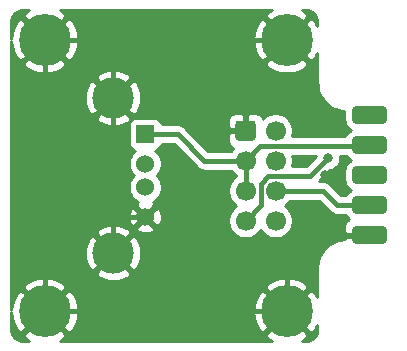
<source format=gbr>
%TF.GenerationSoftware,KiCad,Pcbnew,(5.1.8)-1*%
%TF.CreationDate,2021-02-12T13:32:35+03:00*%
%TF.ProjectId,lcd_pcb,6c63645f-7063-4622-9e6b-696361645f70,rev?*%
%TF.SameCoordinates,Original*%
%TF.FileFunction,Copper,L1,Top*%
%TF.FilePolarity,Positive*%
%FSLAX46Y46*%
G04 Gerber Fmt 4.6, Leading zero omitted, Abs format (unit mm)*
G04 Created by KiCad (PCBNEW (5.1.8)-1) date 2021-02-12 13:32:35*
%MOMM*%
%LPD*%
G01*
G04 APERTURE LIST*
%TA.AperFunction,ComponentPad*%
%ADD10C,0.700000*%
%TD*%
%TA.AperFunction,ComponentPad*%
%ADD11C,4.400000*%
%TD*%
%TA.AperFunction,ComponentPad*%
%ADD12C,1.700000*%
%TD*%
%TA.AperFunction,ComponentPad*%
%ADD13C,3.500000*%
%TD*%
%TA.AperFunction,ComponentPad*%
%ADD14R,1.524000X1.524000*%
%TD*%
%TA.AperFunction,ComponentPad*%
%ADD15C,1.524000*%
%TD*%
%TA.AperFunction,ViaPad*%
%ADD16C,0.800000*%
%TD*%
%TA.AperFunction,Conductor*%
%ADD17C,0.400000*%
%TD*%
%TA.AperFunction,Conductor*%
%ADD18C,0.254000*%
%TD*%
%TA.AperFunction,Conductor*%
%ADD19C,0.100000*%
%TD*%
G04 APERTURE END LIST*
D10*
%TO.P,J7,1*%
%TO.N,GND*%
X84666726Y-90333274D03*
X83500000Y-89850000D03*
X82333274Y-90333274D03*
X81850000Y-91500000D03*
X82333274Y-92666726D03*
X83500000Y-93150000D03*
X84666726Y-92666726D03*
X85150000Y-91500000D03*
D11*
X83500000Y-91500000D03*
%TD*%
D10*
%TO.P,J6,1*%
%TO.N,GND*%
X84666726Y-67333274D03*
X83500000Y-66850000D03*
X82333274Y-67333274D03*
X81850000Y-68500000D03*
X82333274Y-69666726D03*
X83500000Y-70150000D03*
X84666726Y-69666726D03*
X85150000Y-68500000D03*
D11*
X83500000Y-68500000D03*
%TD*%
D10*
%TO.P,J5,1*%
%TO.N,GND*%
X105166726Y-90333274D03*
X104000000Y-89850000D03*
X102833274Y-90333274D03*
X102350000Y-91500000D03*
X102833274Y-92666726D03*
X104000000Y-93150000D03*
X105166726Y-92666726D03*
X105650000Y-91500000D03*
D11*
X104000000Y-91500000D03*
%TD*%
D10*
%TO.P,J2,1*%
%TO.N,GND*%
X105166726Y-67333274D03*
X104000000Y-66850000D03*
X102833274Y-67333274D03*
X102350000Y-68500000D03*
X102833274Y-69666726D03*
X104000000Y-70150000D03*
X105166726Y-69666726D03*
X105650000Y-68500000D03*
D11*
X104000000Y-68500000D03*
%TD*%
D12*
%TO.P,J4,8*%
%TO.N,/TX*%
X103040000Y-83830000D03*
%TO.P,J4,6*%
%TO.N,/RX*%
X103040000Y-81290000D03*
%TO.P,J4,4*%
%TO.N,/DM*%
X103040000Y-78750000D03*
%TO.P,J4,2*%
%TO.N,/DP*%
X103040000Y-76210000D03*
%TO.P,J4,7*%
%TO.N,/Res*%
X100500000Y-83830000D03*
%TO.P,J4,5*%
%TO.N,Net-(J1-Pad1)*%
X100500000Y-81290000D03*
%TO.P,J4,3*%
X100500000Y-78750000D03*
%TO.P,J4,1*%
%TO.N,GND*%
%TA.AperFunction,ComponentPad*%
G36*
G01*
X99650000Y-76810000D02*
X99650000Y-75610000D01*
G75*
G02*
X99900000Y-75360000I250000J0D01*
G01*
X101100000Y-75360000D01*
G75*
G02*
X101350000Y-75610000I0J-250000D01*
G01*
X101350000Y-76810000D01*
G75*
G02*
X101100000Y-77060000I-250000J0D01*
G01*
X99900000Y-77060000D01*
G75*
G02*
X99650000Y-76810000I0J250000D01*
G01*
G37*
%TD.AperFunction*%
%TD*%
%TO.P,J3,5*%
%TO.N,GND*%
%TA.AperFunction,ComponentPad*%
G36*
G01*
X109500000Y-85431000D02*
X109500000Y-84669000D01*
G75*
G02*
X109881000Y-84288000I381000J0D01*
G01*
X112119000Y-84288000D01*
G75*
G02*
X112500000Y-84669000I0J-381000D01*
G01*
X112500000Y-85431000D01*
G75*
G02*
X112119000Y-85812000I-381000J0D01*
G01*
X109881000Y-85812000D01*
G75*
G02*
X109500000Y-85431000I0J381000D01*
G01*
G37*
%TD.AperFunction*%
%TO.P,J3,4*%
%TO.N,/RX*%
%TA.AperFunction,ComponentPad*%
G36*
G01*
X109500000Y-82891000D02*
X109500000Y-82129000D01*
G75*
G02*
X109881000Y-81748000I381000J0D01*
G01*
X112119000Y-81748000D01*
G75*
G02*
X112500000Y-82129000I0J-381000D01*
G01*
X112500000Y-82891000D01*
G75*
G02*
X112119000Y-83272000I-381000J0D01*
G01*
X109881000Y-83272000D01*
G75*
G02*
X109500000Y-82891000I0J381000D01*
G01*
G37*
%TD.AperFunction*%
%TO.P,J3,3*%
%TO.N,/TX*%
%TA.AperFunction,ComponentPad*%
G36*
G01*
X109500000Y-80351000D02*
X109500000Y-79589000D01*
G75*
G02*
X109881000Y-79208000I381000J0D01*
G01*
X112119000Y-79208000D01*
G75*
G02*
X112500000Y-79589000I0J-381000D01*
G01*
X112500000Y-80351000D01*
G75*
G02*
X112119000Y-80732000I-381000J0D01*
G01*
X109881000Y-80732000D01*
G75*
G02*
X109500000Y-80351000I0J381000D01*
G01*
G37*
%TD.AperFunction*%
%TO.P,J3,2*%
%TO.N,Net-(J1-Pad1)*%
%TA.AperFunction,ComponentPad*%
G36*
G01*
X109500000Y-77811000D02*
X109500000Y-77049000D01*
G75*
G02*
X109881000Y-76668000I381000J0D01*
G01*
X112119000Y-76668000D01*
G75*
G02*
X112500000Y-77049000I0J-381000D01*
G01*
X112500000Y-77811000D01*
G75*
G02*
X112119000Y-78192000I-381000J0D01*
G01*
X109881000Y-78192000D01*
G75*
G02*
X109500000Y-77811000I0J381000D01*
G01*
G37*
%TD.AperFunction*%
%TO.P,J3,1*%
%TO.N,/Res*%
%TA.AperFunction,ComponentPad*%
G36*
G01*
X109500000Y-75271000D02*
X109500000Y-74509000D01*
G75*
G02*
X109881000Y-74128000I381000J0D01*
G01*
X112119000Y-74128000D01*
G75*
G02*
X112500000Y-74509000I0J-381000D01*
G01*
X112500000Y-75271000D01*
G75*
G02*
X112119000Y-75652000I-381000J0D01*
G01*
X109881000Y-75652000D01*
G75*
G02*
X109500000Y-75271000I0J381000D01*
G01*
G37*
%TD.AperFunction*%
%TD*%
D13*
%TO.P,J1,5*%
%TO.N,GND*%
X89290000Y-86570000D03*
X89290000Y-73430000D03*
D14*
%TO.P,J1,1*%
%TO.N,Net-(J1-Pad1)*%
X92000000Y-76500000D03*
D15*
%TO.P,J1,2*%
%TO.N,/DM*%
X92000000Y-79000000D03*
%TO.P,J1,3*%
%TO.N,/DP*%
X92000000Y-81000000D03*
%TO.P,J1,4*%
%TO.N,GND*%
X92000000Y-83500000D03*
%TD*%
D16*
%TO.N,GND*%
X107250000Y-80000000D03*
X108000000Y-83750000D03*
X105750000Y-78750000D03*
X105750000Y-75750000D03*
X98250000Y-81250000D03*
X96250000Y-81250000D03*
X94000000Y-81250000D03*
X89250000Y-68500000D03*
X93750000Y-68500000D03*
X98250000Y-68500000D03*
X89250000Y-91500000D03*
X93750000Y-91500000D03*
X98250000Y-91500000D03*
X82750000Y-80000000D03*
X82750000Y-84750000D03*
X82750000Y-75000000D03*
%TO.N,/Res*%
X107500000Y-78500000D03*
%TD*%
D17*
%TO.N,GND*%
X89330000Y-83500000D02*
X89290000Y-83460000D01*
X92000000Y-83500000D02*
X89330000Y-83500000D01*
X89290000Y-83460000D02*
X89290000Y-86570000D01*
X89290000Y-73430000D02*
X89290000Y-83460000D01*
X104000000Y-91500000D02*
X98250000Y-91500000D01*
X83500000Y-91500000D02*
X83500000Y-68500000D01*
X89290000Y-68540000D02*
X89250000Y-68500000D01*
X89290000Y-73430000D02*
X89290000Y-68540000D01*
X83500000Y-68500000D02*
X89250000Y-68500000D01*
X100500000Y-76210000D02*
X100500000Y-68500000D01*
X100500000Y-68500000D02*
X104000000Y-68500000D01*
X89250000Y-68500000D02*
X93750000Y-68500000D01*
X107338731Y-85050000D02*
X111000000Y-85050000D01*
X104000000Y-88388731D02*
X107338731Y-85050000D01*
X104000000Y-91500000D02*
X104000000Y-88388731D01*
X89250000Y-68500000D02*
X89250000Y-68500000D01*
X93750000Y-68500000D02*
X98250000Y-68500000D01*
X98250000Y-68500000D02*
X100500000Y-68500000D01*
X89250000Y-91500000D02*
X83500000Y-91500000D01*
X93750000Y-91500000D02*
X89250000Y-91500000D01*
X98250000Y-91500000D02*
X93750000Y-91500000D01*
%TO.N,Net-(J1-Pad1)*%
X100500000Y-81290000D02*
X100500000Y-78750000D01*
X100500000Y-78750000D02*
X97000000Y-78750000D01*
X94750000Y-76500000D02*
X92000000Y-76500000D01*
X97000000Y-78750000D02*
X94750000Y-76500000D01*
X110930001Y-77499999D02*
X111000000Y-77430000D01*
X101750001Y-77499999D02*
X110930001Y-77499999D01*
X100500000Y-78750000D02*
X101750001Y-77499999D01*
%TO.N,/RX*%
X103040000Y-81290000D02*
X107040000Y-81290000D01*
X108260000Y-82510000D02*
X111000000Y-82510000D01*
X107040000Y-81290000D02*
X108260000Y-82510000D01*
%TO.N,/Res*%
X105960001Y-80039999D02*
X107500000Y-78500000D01*
X102439999Y-80039999D02*
X105960001Y-80039999D01*
X101789999Y-80689999D02*
X102439999Y-80039999D01*
X101789999Y-82540001D02*
X101789999Y-80689999D01*
X100500000Y-83830000D02*
X101789999Y-82540001D01*
%TD*%
D18*
%TO.N,GND*%
X81929976Y-66122982D02*
X81689830Y-66510225D01*
X83500000Y-68320395D01*
X85310170Y-66510225D01*
X85070024Y-66122982D01*
X84791482Y-65976000D01*
X102704959Y-65976000D01*
X102429976Y-66122982D01*
X102189830Y-66510225D01*
X104000000Y-68320395D01*
X105810170Y-66510225D01*
X105570024Y-66122982D01*
X105291482Y-65976000D01*
X105533720Y-65976000D01*
X105764284Y-65998607D01*
X105955010Y-66056190D01*
X106130918Y-66149723D01*
X106285315Y-66275646D01*
X106412310Y-66429156D01*
X106507071Y-66604412D01*
X106565984Y-66794731D01*
X106590000Y-67023227D01*
X106590000Y-67328436D01*
X106377018Y-66929976D01*
X105989775Y-66689830D01*
X104179605Y-68500000D01*
X105989775Y-70310170D01*
X106377018Y-70070024D01*
X106590001Y-69666405D01*
X106590001Y-72222419D01*
X106592830Y-72251142D01*
X106592757Y-72261573D01*
X106593656Y-72270744D01*
X106628010Y-72597603D01*
X106640037Y-72656190D01*
X106651247Y-72714960D01*
X106653911Y-72723782D01*
X106751098Y-73037743D01*
X106774282Y-73092894D01*
X106796688Y-73148352D01*
X106801014Y-73156489D01*
X106957333Y-73445594D01*
X106990800Y-73495210D01*
X107023538Y-73545240D01*
X107029362Y-73552381D01*
X107238857Y-73805617D01*
X107281313Y-73847777D01*
X107323157Y-73890507D01*
X107330257Y-73896381D01*
X107584950Y-74104103D01*
X107634740Y-74137183D01*
X107684129Y-74171001D01*
X107692236Y-74175383D01*
X107982424Y-74329680D01*
X108037700Y-74352464D01*
X108092715Y-74376043D01*
X108101512Y-74378765D01*
X108101514Y-74378766D01*
X108101516Y-74378766D01*
X108101518Y-74378767D01*
X108416150Y-74473759D01*
X108474809Y-74485374D01*
X108533339Y-74497815D01*
X108542503Y-74498778D01*
X108861928Y-74530098D01*
X108861928Y-75271000D01*
X108881509Y-75469811D01*
X108939500Y-75660982D01*
X109033673Y-75837166D01*
X109160407Y-75991593D01*
X109314834Y-76118327D01*
X109392798Y-76160000D01*
X109314834Y-76201673D01*
X109160407Y-76328407D01*
X109033673Y-76482834D01*
X108939500Y-76659018D01*
X108937686Y-76664999D01*
X104458885Y-76664999D01*
X104467932Y-76643158D01*
X104525000Y-76356260D01*
X104525000Y-76063740D01*
X104467932Y-75776842D01*
X104355990Y-75506589D01*
X104193475Y-75263368D01*
X103986632Y-75056525D01*
X103743411Y-74894010D01*
X103473158Y-74782068D01*
X103186260Y-74725000D01*
X102893740Y-74725000D01*
X102606842Y-74782068D01*
X102336589Y-74894010D01*
X102093368Y-75056525D01*
X101961513Y-75188380D01*
X101939502Y-75115820D01*
X101880537Y-75005506D01*
X101801185Y-74908815D01*
X101704494Y-74829463D01*
X101594180Y-74770498D01*
X101474482Y-74734188D01*
X101350000Y-74721928D01*
X100785750Y-74725000D01*
X100627000Y-74883750D01*
X100627000Y-76083000D01*
X100647000Y-76083000D01*
X100647000Y-76337000D01*
X100627000Y-76337000D01*
X100627000Y-76357000D01*
X100373000Y-76357000D01*
X100373000Y-76337000D01*
X99173750Y-76337000D01*
X99015000Y-76495750D01*
X99011928Y-77060000D01*
X99024188Y-77184482D01*
X99060498Y-77304180D01*
X99119463Y-77414494D01*
X99198815Y-77511185D01*
X99295506Y-77590537D01*
X99405820Y-77649502D01*
X99478380Y-77671513D01*
X99346525Y-77803368D01*
X99271935Y-77915000D01*
X97345869Y-77915000D01*
X95369446Y-75938579D01*
X95343291Y-75906709D01*
X95216146Y-75802364D01*
X95071087Y-75724828D01*
X94913689Y-75677082D01*
X94791019Y-75665000D01*
X94791018Y-75665000D01*
X94750000Y-75660960D01*
X94708982Y-75665000D01*
X93392882Y-75665000D01*
X93387812Y-75613518D01*
X93351502Y-75493820D01*
X93292537Y-75383506D01*
X93273247Y-75360000D01*
X99011928Y-75360000D01*
X99015000Y-75924250D01*
X99173750Y-76083000D01*
X100373000Y-76083000D01*
X100373000Y-74883750D01*
X100214250Y-74725000D01*
X99650000Y-74721928D01*
X99525518Y-74734188D01*
X99405820Y-74770498D01*
X99295506Y-74829463D01*
X99198815Y-74908815D01*
X99119463Y-75005506D01*
X99060498Y-75115820D01*
X99024188Y-75235518D01*
X99011928Y-75360000D01*
X93273247Y-75360000D01*
X93213185Y-75286815D01*
X93116494Y-75207463D01*
X93006180Y-75148498D01*
X92886482Y-75112188D01*
X92762000Y-75099928D01*
X91238000Y-75099928D01*
X91113518Y-75112188D01*
X90993820Y-75148498D01*
X90883506Y-75207463D01*
X90786815Y-75286815D01*
X90707463Y-75383506D01*
X90648498Y-75493820D01*
X90612188Y-75613518D01*
X90599928Y-75738000D01*
X90599928Y-77262000D01*
X90612188Y-77386482D01*
X90648498Y-77506180D01*
X90707463Y-77616494D01*
X90786815Y-77713185D01*
X90883506Y-77792537D01*
X90993820Y-77851502D01*
X91113518Y-77887812D01*
X91145292Y-77890941D01*
X91109465Y-77914880D01*
X90914880Y-78109465D01*
X90761995Y-78338273D01*
X90656686Y-78592510D01*
X90603000Y-78862408D01*
X90603000Y-79137592D01*
X90656686Y-79407490D01*
X90761995Y-79661727D01*
X90914880Y-79890535D01*
X91024345Y-80000000D01*
X90914880Y-80109465D01*
X90761995Y-80338273D01*
X90656686Y-80592510D01*
X90603000Y-80862408D01*
X90603000Y-81137592D01*
X90656686Y-81407490D01*
X90761995Y-81661727D01*
X90914880Y-81890535D01*
X91109465Y-82085120D01*
X91338273Y-82238005D01*
X91365401Y-82249242D01*
X91281020Y-82294344D01*
X91214040Y-82534435D01*
X92000000Y-83320395D01*
X92785960Y-82534435D01*
X92718980Y-82294344D01*
X92628467Y-82251782D01*
X92661727Y-82238005D01*
X92890535Y-82085120D01*
X93085120Y-81890535D01*
X93238005Y-81661727D01*
X93343314Y-81407490D01*
X93397000Y-81137592D01*
X93397000Y-80862408D01*
X93343314Y-80592510D01*
X93238005Y-80338273D01*
X93085120Y-80109465D01*
X92975655Y-80000000D01*
X93085120Y-79890535D01*
X93238005Y-79661727D01*
X93343314Y-79407490D01*
X93397000Y-79137592D01*
X93397000Y-78862408D01*
X93343314Y-78592510D01*
X93238005Y-78338273D01*
X93085120Y-78109465D01*
X92890535Y-77914880D01*
X92854708Y-77890941D01*
X92886482Y-77887812D01*
X93006180Y-77851502D01*
X93116494Y-77792537D01*
X93213185Y-77713185D01*
X93292537Y-77616494D01*
X93351502Y-77506180D01*
X93387812Y-77386482D01*
X93392882Y-77335000D01*
X94404133Y-77335000D01*
X96380563Y-79311432D01*
X96406709Y-79343291D01*
X96533854Y-79447636D01*
X96678913Y-79525172D01*
X96836311Y-79572918D01*
X96958981Y-79585000D01*
X96958982Y-79585000D01*
X97000000Y-79589040D01*
X97041018Y-79585000D01*
X99271935Y-79585000D01*
X99346525Y-79696632D01*
X99553368Y-79903475D01*
X99665001Y-79978065D01*
X99665000Y-80061935D01*
X99553368Y-80136525D01*
X99346525Y-80343368D01*
X99184010Y-80586589D01*
X99072068Y-80856842D01*
X99015000Y-81143740D01*
X99015000Y-81436260D01*
X99072068Y-81723158D01*
X99184010Y-81993411D01*
X99346525Y-82236632D01*
X99553368Y-82443475D01*
X99727760Y-82560000D01*
X99553368Y-82676525D01*
X99346525Y-82883368D01*
X99184010Y-83126589D01*
X99072068Y-83396842D01*
X99015000Y-83683740D01*
X99015000Y-83976260D01*
X99072068Y-84263158D01*
X99184010Y-84533411D01*
X99346525Y-84776632D01*
X99553368Y-84983475D01*
X99796589Y-85145990D01*
X100066842Y-85257932D01*
X100353740Y-85315000D01*
X100646260Y-85315000D01*
X100933158Y-85257932D01*
X101203411Y-85145990D01*
X101446632Y-84983475D01*
X101653475Y-84776632D01*
X101770000Y-84602240D01*
X101886525Y-84776632D01*
X102093368Y-84983475D01*
X102336589Y-85145990D01*
X102606842Y-85257932D01*
X102893740Y-85315000D01*
X103186260Y-85315000D01*
X103473158Y-85257932D01*
X103743411Y-85145990D01*
X103986632Y-84983475D01*
X104193475Y-84776632D01*
X104355990Y-84533411D01*
X104467932Y-84263158D01*
X104525000Y-83976260D01*
X104525000Y-83683740D01*
X104467932Y-83396842D01*
X104355990Y-83126589D01*
X104193475Y-82883368D01*
X103986632Y-82676525D01*
X103812240Y-82560000D01*
X103986632Y-82443475D01*
X104193475Y-82236632D01*
X104268065Y-82125000D01*
X106694133Y-82125000D01*
X107640563Y-83071432D01*
X107666709Y-83103291D01*
X107793854Y-83207636D01*
X107938913Y-83285172D01*
X108096311Y-83332918D01*
X108218981Y-83345000D01*
X108218982Y-83345000D01*
X108260000Y-83349040D01*
X108301018Y-83345000D01*
X108973719Y-83345000D01*
X109033673Y-83457166D01*
X109160407Y-83611593D01*
X109263473Y-83696176D01*
X109255820Y-83698498D01*
X109145506Y-83757463D01*
X109048815Y-83836815D01*
X108969463Y-83933506D01*
X108910498Y-84043820D01*
X108874188Y-84163518D01*
X108861928Y-84288000D01*
X108865000Y-84764250D01*
X109023750Y-84923000D01*
X110873000Y-84923000D01*
X110873000Y-84903000D01*
X111127000Y-84903000D01*
X111127000Y-84923000D01*
X111147000Y-84923000D01*
X111147000Y-85177000D01*
X111127000Y-85177000D01*
X111127000Y-85197000D01*
X110873000Y-85197000D01*
X110873000Y-85177000D01*
X109023750Y-85177000D01*
X108865000Y-85335750D01*
X108864529Y-85408772D01*
X108862427Y-85408757D01*
X108853255Y-85409657D01*
X108526397Y-85444010D01*
X108467810Y-85456037D01*
X108409040Y-85467247D01*
X108400218Y-85469911D01*
X108086257Y-85567098D01*
X108031106Y-85590282D01*
X107975648Y-85612688D01*
X107967511Y-85617014D01*
X107678406Y-85773333D01*
X107628790Y-85806800D01*
X107578760Y-85839538D01*
X107571619Y-85845362D01*
X107318383Y-86054857D01*
X107276223Y-86097313D01*
X107233493Y-86139157D01*
X107227619Y-86146258D01*
X107019897Y-86400950D01*
X106986801Y-86450763D01*
X106952999Y-86500129D01*
X106948617Y-86508236D01*
X106794320Y-86798424D01*
X106771536Y-86853700D01*
X106747957Y-86908715D01*
X106745233Y-86917518D01*
X106650241Y-87232150D01*
X106638629Y-87290794D01*
X106626185Y-87349338D01*
X106625222Y-87358503D01*
X106593150Y-87685594D01*
X106593150Y-87685599D01*
X106590000Y-87717582D01*
X106590000Y-90328437D01*
X106377018Y-89929976D01*
X105989775Y-89689830D01*
X104179605Y-91500000D01*
X105989775Y-93310170D01*
X106377018Y-93070024D01*
X106590001Y-92666405D01*
X106590001Y-92967710D01*
X106567393Y-93198285D01*
X106509810Y-93389010D01*
X106416276Y-93564920D01*
X106290355Y-93719315D01*
X106136844Y-93846310D01*
X105961588Y-93941071D01*
X105771265Y-93999985D01*
X105542773Y-94024000D01*
X105295041Y-94024000D01*
X105570024Y-93877018D01*
X105810170Y-93489775D01*
X104000000Y-91679605D01*
X102189830Y-93489775D01*
X102429976Y-93877018D01*
X102708519Y-94024000D01*
X84795036Y-94024003D01*
X85070024Y-93877018D01*
X85310170Y-93489775D01*
X83500000Y-91679605D01*
X81689830Y-93489775D01*
X81929976Y-93877018D01*
X82208524Y-94024003D01*
X81716311Y-94024003D01*
X81485715Y-94001393D01*
X81294990Y-93943810D01*
X81119080Y-93850276D01*
X80964685Y-93724355D01*
X80837690Y-93570844D01*
X80742929Y-93395588D01*
X80684015Y-93205265D01*
X80660000Y-92976773D01*
X80660000Y-91598718D01*
X80709019Y-92070632D01*
X80873972Y-92604161D01*
X81122982Y-93070024D01*
X81510225Y-93310170D01*
X83320395Y-91500000D01*
X83679605Y-91500000D01*
X85489775Y-93310170D01*
X85877018Y-93070024D01*
X86137641Y-92576123D01*
X86296901Y-92040867D01*
X86345852Y-91515174D01*
X101151322Y-91515174D01*
X101209019Y-92070632D01*
X101373972Y-92604161D01*
X101622982Y-93070024D01*
X102010225Y-93310170D01*
X103820395Y-91500000D01*
X102010225Y-89689830D01*
X101622982Y-89929976D01*
X101362359Y-90423877D01*
X101203099Y-90959133D01*
X101151322Y-91515174D01*
X86345852Y-91515174D01*
X86348678Y-91484826D01*
X86290981Y-90929368D01*
X86126028Y-90395839D01*
X85877018Y-89929976D01*
X85489775Y-89689830D01*
X83679605Y-91500000D01*
X83320395Y-91500000D01*
X81510225Y-89689830D01*
X81122982Y-89929976D01*
X80862359Y-90423877D01*
X80703099Y-90959133D01*
X80660000Y-91421980D01*
X80660000Y-89510225D01*
X81689830Y-89510225D01*
X83500000Y-91320395D01*
X85310170Y-89510225D01*
X102189830Y-89510225D01*
X104000000Y-91320395D01*
X105810170Y-89510225D01*
X105570024Y-89122982D01*
X105076123Y-88862359D01*
X104540867Y-88703099D01*
X103984826Y-88651322D01*
X103429368Y-88709019D01*
X102895839Y-88873972D01*
X102429976Y-89122982D01*
X102189830Y-89510225D01*
X85310170Y-89510225D01*
X85070024Y-89122982D01*
X84576123Y-88862359D01*
X84040867Y-88703099D01*
X83484826Y-88651322D01*
X82929368Y-88709019D01*
X82395839Y-88873972D01*
X81929976Y-89122982D01*
X81689830Y-89510225D01*
X80660000Y-89510225D01*
X80660000Y-88239609D01*
X87799997Y-88239609D01*
X87986073Y-88580766D01*
X88403409Y-88796513D01*
X88854815Y-88926696D01*
X89322946Y-88966313D01*
X89789811Y-88913842D01*
X90237468Y-88771297D01*
X90593927Y-88580766D01*
X90780003Y-88239609D01*
X89290000Y-86749605D01*
X87799997Y-88239609D01*
X80660000Y-88239609D01*
X80660000Y-86602946D01*
X86893687Y-86602946D01*
X86946158Y-87069811D01*
X87088703Y-87517468D01*
X87279234Y-87873927D01*
X87620391Y-88060003D01*
X89110395Y-86570000D01*
X89469605Y-86570000D01*
X90959609Y-88060003D01*
X91300766Y-87873927D01*
X91516513Y-87456591D01*
X91646696Y-87005185D01*
X91686313Y-86537054D01*
X91633842Y-86070189D01*
X91491297Y-85622532D01*
X91300766Y-85266073D01*
X90959609Y-85079997D01*
X89469605Y-86570000D01*
X89110395Y-86570000D01*
X87620391Y-85079997D01*
X87279234Y-85266073D01*
X87063487Y-85683409D01*
X86933304Y-86134815D01*
X86893687Y-86602946D01*
X80660000Y-86602946D01*
X80660000Y-84900391D01*
X87799997Y-84900391D01*
X89290000Y-86390395D01*
X90780003Y-84900391D01*
X90593927Y-84559234D01*
X90412736Y-84465565D01*
X91214040Y-84465565D01*
X91281020Y-84705656D01*
X91530048Y-84822756D01*
X91797135Y-84889023D01*
X92072017Y-84901910D01*
X92344133Y-84860922D01*
X92603023Y-84767636D01*
X92718980Y-84705656D01*
X92785960Y-84465565D01*
X92000000Y-83679605D01*
X91214040Y-84465565D01*
X90412736Y-84465565D01*
X90176591Y-84343487D01*
X89725185Y-84213304D01*
X89257054Y-84173687D01*
X88790189Y-84226158D01*
X88342532Y-84368703D01*
X87986073Y-84559234D01*
X87799997Y-84900391D01*
X80660000Y-84900391D01*
X80660000Y-83572017D01*
X90598090Y-83572017D01*
X90639078Y-83844133D01*
X90732364Y-84103023D01*
X90794344Y-84218980D01*
X91034435Y-84285960D01*
X91820395Y-83500000D01*
X92179605Y-83500000D01*
X92965565Y-84285960D01*
X93205656Y-84218980D01*
X93322756Y-83969952D01*
X93389023Y-83702865D01*
X93401910Y-83427983D01*
X93360922Y-83155867D01*
X93267636Y-82896977D01*
X93205656Y-82781020D01*
X92965565Y-82714040D01*
X92179605Y-83500000D01*
X91820395Y-83500000D01*
X91034435Y-82714040D01*
X90794344Y-82781020D01*
X90677244Y-83030048D01*
X90610977Y-83297135D01*
X90598090Y-83572017D01*
X80660000Y-83572017D01*
X80660000Y-75099609D01*
X87799997Y-75099609D01*
X87986073Y-75440766D01*
X88403409Y-75656513D01*
X88854815Y-75786696D01*
X89322946Y-75826313D01*
X89789811Y-75773842D01*
X90237468Y-75631297D01*
X90593927Y-75440766D01*
X90780003Y-75099609D01*
X89290000Y-73609605D01*
X87799997Y-75099609D01*
X80660000Y-75099609D01*
X80660000Y-73462946D01*
X86893687Y-73462946D01*
X86946158Y-73929811D01*
X87088703Y-74377468D01*
X87279234Y-74733927D01*
X87620391Y-74920003D01*
X89110395Y-73430000D01*
X89469605Y-73430000D01*
X90959609Y-74920003D01*
X91300766Y-74733927D01*
X91516513Y-74316591D01*
X91646696Y-73865185D01*
X91686313Y-73397054D01*
X91633842Y-72930189D01*
X91491297Y-72482532D01*
X91300766Y-72126073D01*
X90959609Y-71939997D01*
X89469605Y-73430000D01*
X89110395Y-73430000D01*
X87620391Y-71939997D01*
X87279234Y-72126073D01*
X87063487Y-72543409D01*
X86933304Y-72994815D01*
X86893687Y-73462946D01*
X80660000Y-73462946D01*
X80660000Y-71760391D01*
X87799997Y-71760391D01*
X89290000Y-73250395D01*
X90780003Y-71760391D01*
X90593927Y-71419234D01*
X90176591Y-71203487D01*
X89725185Y-71073304D01*
X89257054Y-71033687D01*
X88790189Y-71086158D01*
X88342532Y-71228703D01*
X87986073Y-71419234D01*
X87799997Y-71760391D01*
X80660000Y-71760391D01*
X80660000Y-70489775D01*
X81689830Y-70489775D01*
X81929976Y-70877018D01*
X82423877Y-71137641D01*
X82959133Y-71296901D01*
X83515174Y-71348678D01*
X84070632Y-71290981D01*
X84604161Y-71126028D01*
X85070024Y-70877018D01*
X85310170Y-70489775D01*
X102189830Y-70489775D01*
X102429976Y-70877018D01*
X102923877Y-71137641D01*
X103459133Y-71296901D01*
X104015174Y-71348678D01*
X104570632Y-71290981D01*
X105104161Y-71126028D01*
X105570024Y-70877018D01*
X105810170Y-70489775D01*
X104000000Y-68679605D01*
X102189830Y-70489775D01*
X85310170Y-70489775D01*
X83500000Y-68679605D01*
X81689830Y-70489775D01*
X80660000Y-70489775D01*
X80660000Y-68598718D01*
X80709019Y-69070632D01*
X80873972Y-69604161D01*
X81122982Y-70070024D01*
X81510225Y-70310170D01*
X83320395Y-68500000D01*
X83679605Y-68500000D01*
X85489775Y-70310170D01*
X85877018Y-70070024D01*
X86137641Y-69576123D01*
X86296901Y-69040867D01*
X86345852Y-68515174D01*
X101151322Y-68515174D01*
X101209019Y-69070632D01*
X101373972Y-69604161D01*
X101622982Y-70070024D01*
X102010225Y-70310170D01*
X103820395Y-68500000D01*
X102010225Y-66689830D01*
X101622982Y-66929976D01*
X101362359Y-67423877D01*
X101203099Y-67959133D01*
X101151322Y-68515174D01*
X86345852Y-68515174D01*
X86348678Y-68484826D01*
X86290981Y-67929368D01*
X86126028Y-67395839D01*
X85877018Y-66929976D01*
X85489775Y-66689830D01*
X83679605Y-68500000D01*
X83320395Y-68500000D01*
X81510225Y-66689830D01*
X81122982Y-66929976D01*
X80862359Y-67423877D01*
X80703099Y-67959133D01*
X80660000Y-68421980D01*
X80660000Y-67032280D01*
X80682607Y-66801716D01*
X80740190Y-66610990D01*
X80833723Y-66435082D01*
X80959646Y-66280685D01*
X81113156Y-66153690D01*
X81288412Y-66058929D01*
X81478731Y-66000016D01*
X81707227Y-65976000D01*
X82204959Y-65976000D01*
X81929976Y-66122982D01*
%TA.AperFunction,Conductor*%
D19*
G36*
X81929976Y-66122982D02*
G01*
X81689830Y-66510225D01*
X83500000Y-68320395D01*
X85310170Y-66510225D01*
X85070024Y-66122982D01*
X84791482Y-65976000D01*
X102704959Y-65976000D01*
X102429976Y-66122982D01*
X102189830Y-66510225D01*
X104000000Y-68320395D01*
X105810170Y-66510225D01*
X105570024Y-66122982D01*
X105291482Y-65976000D01*
X105533720Y-65976000D01*
X105764284Y-65998607D01*
X105955010Y-66056190D01*
X106130918Y-66149723D01*
X106285315Y-66275646D01*
X106412310Y-66429156D01*
X106507071Y-66604412D01*
X106565984Y-66794731D01*
X106590000Y-67023227D01*
X106590000Y-67328436D01*
X106377018Y-66929976D01*
X105989775Y-66689830D01*
X104179605Y-68500000D01*
X105989775Y-70310170D01*
X106377018Y-70070024D01*
X106590001Y-69666405D01*
X106590001Y-72222419D01*
X106592830Y-72251142D01*
X106592757Y-72261573D01*
X106593656Y-72270744D01*
X106628010Y-72597603D01*
X106640037Y-72656190D01*
X106651247Y-72714960D01*
X106653911Y-72723782D01*
X106751098Y-73037743D01*
X106774282Y-73092894D01*
X106796688Y-73148352D01*
X106801014Y-73156489D01*
X106957333Y-73445594D01*
X106990800Y-73495210D01*
X107023538Y-73545240D01*
X107029362Y-73552381D01*
X107238857Y-73805617D01*
X107281313Y-73847777D01*
X107323157Y-73890507D01*
X107330257Y-73896381D01*
X107584950Y-74104103D01*
X107634740Y-74137183D01*
X107684129Y-74171001D01*
X107692236Y-74175383D01*
X107982424Y-74329680D01*
X108037700Y-74352464D01*
X108092715Y-74376043D01*
X108101512Y-74378765D01*
X108101514Y-74378766D01*
X108101516Y-74378766D01*
X108101518Y-74378767D01*
X108416150Y-74473759D01*
X108474809Y-74485374D01*
X108533339Y-74497815D01*
X108542503Y-74498778D01*
X108861928Y-74530098D01*
X108861928Y-75271000D01*
X108881509Y-75469811D01*
X108939500Y-75660982D01*
X109033673Y-75837166D01*
X109160407Y-75991593D01*
X109314834Y-76118327D01*
X109392798Y-76160000D01*
X109314834Y-76201673D01*
X109160407Y-76328407D01*
X109033673Y-76482834D01*
X108939500Y-76659018D01*
X108937686Y-76664999D01*
X104458885Y-76664999D01*
X104467932Y-76643158D01*
X104525000Y-76356260D01*
X104525000Y-76063740D01*
X104467932Y-75776842D01*
X104355990Y-75506589D01*
X104193475Y-75263368D01*
X103986632Y-75056525D01*
X103743411Y-74894010D01*
X103473158Y-74782068D01*
X103186260Y-74725000D01*
X102893740Y-74725000D01*
X102606842Y-74782068D01*
X102336589Y-74894010D01*
X102093368Y-75056525D01*
X101961513Y-75188380D01*
X101939502Y-75115820D01*
X101880537Y-75005506D01*
X101801185Y-74908815D01*
X101704494Y-74829463D01*
X101594180Y-74770498D01*
X101474482Y-74734188D01*
X101350000Y-74721928D01*
X100785750Y-74725000D01*
X100627000Y-74883750D01*
X100627000Y-76083000D01*
X100647000Y-76083000D01*
X100647000Y-76337000D01*
X100627000Y-76337000D01*
X100627000Y-76357000D01*
X100373000Y-76357000D01*
X100373000Y-76337000D01*
X99173750Y-76337000D01*
X99015000Y-76495750D01*
X99011928Y-77060000D01*
X99024188Y-77184482D01*
X99060498Y-77304180D01*
X99119463Y-77414494D01*
X99198815Y-77511185D01*
X99295506Y-77590537D01*
X99405820Y-77649502D01*
X99478380Y-77671513D01*
X99346525Y-77803368D01*
X99271935Y-77915000D01*
X97345869Y-77915000D01*
X95369446Y-75938579D01*
X95343291Y-75906709D01*
X95216146Y-75802364D01*
X95071087Y-75724828D01*
X94913689Y-75677082D01*
X94791019Y-75665000D01*
X94791018Y-75665000D01*
X94750000Y-75660960D01*
X94708982Y-75665000D01*
X93392882Y-75665000D01*
X93387812Y-75613518D01*
X93351502Y-75493820D01*
X93292537Y-75383506D01*
X93273247Y-75360000D01*
X99011928Y-75360000D01*
X99015000Y-75924250D01*
X99173750Y-76083000D01*
X100373000Y-76083000D01*
X100373000Y-74883750D01*
X100214250Y-74725000D01*
X99650000Y-74721928D01*
X99525518Y-74734188D01*
X99405820Y-74770498D01*
X99295506Y-74829463D01*
X99198815Y-74908815D01*
X99119463Y-75005506D01*
X99060498Y-75115820D01*
X99024188Y-75235518D01*
X99011928Y-75360000D01*
X93273247Y-75360000D01*
X93213185Y-75286815D01*
X93116494Y-75207463D01*
X93006180Y-75148498D01*
X92886482Y-75112188D01*
X92762000Y-75099928D01*
X91238000Y-75099928D01*
X91113518Y-75112188D01*
X90993820Y-75148498D01*
X90883506Y-75207463D01*
X90786815Y-75286815D01*
X90707463Y-75383506D01*
X90648498Y-75493820D01*
X90612188Y-75613518D01*
X90599928Y-75738000D01*
X90599928Y-77262000D01*
X90612188Y-77386482D01*
X90648498Y-77506180D01*
X90707463Y-77616494D01*
X90786815Y-77713185D01*
X90883506Y-77792537D01*
X90993820Y-77851502D01*
X91113518Y-77887812D01*
X91145292Y-77890941D01*
X91109465Y-77914880D01*
X90914880Y-78109465D01*
X90761995Y-78338273D01*
X90656686Y-78592510D01*
X90603000Y-78862408D01*
X90603000Y-79137592D01*
X90656686Y-79407490D01*
X90761995Y-79661727D01*
X90914880Y-79890535D01*
X91024345Y-80000000D01*
X90914880Y-80109465D01*
X90761995Y-80338273D01*
X90656686Y-80592510D01*
X90603000Y-80862408D01*
X90603000Y-81137592D01*
X90656686Y-81407490D01*
X90761995Y-81661727D01*
X90914880Y-81890535D01*
X91109465Y-82085120D01*
X91338273Y-82238005D01*
X91365401Y-82249242D01*
X91281020Y-82294344D01*
X91214040Y-82534435D01*
X92000000Y-83320395D01*
X92785960Y-82534435D01*
X92718980Y-82294344D01*
X92628467Y-82251782D01*
X92661727Y-82238005D01*
X92890535Y-82085120D01*
X93085120Y-81890535D01*
X93238005Y-81661727D01*
X93343314Y-81407490D01*
X93397000Y-81137592D01*
X93397000Y-80862408D01*
X93343314Y-80592510D01*
X93238005Y-80338273D01*
X93085120Y-80109465D01*
X92975655Y-80000000D01*
X93085120Y-79890535D01*
X93238005Y-79661727D01*
X93343314Y-79407490D01*
X93397000Y-79137592D01*
X93397000Y-78862408D01*
X93343314Y-78592510D01*
X93238005Y-78338273D01*
X93085120Y-78109465D01*
X92890535Y-77914880D01*
X92854708Y-77890941D01*
X92886482Y-77887812D01*
X93006180Y-77851502D01*
X93116494Y-77792537D01*
X93213185Y-77713185D01*
X93292537Y-77616494D01*
X93351502Y-77506180D01*
X93387812Y-77386482D01*
X93392882Y-77335000D01*
X94404133Y-77335000D01*
X96380563Y-79311432D01*
X96406709Y-79343291D01*
X96533854Y-79447636D01*
X96678913Y-79525172D01*
X96836311Y-79572918D01*
X96958981Y-79585000D01*
X96958982Y-79585000D01*
X97000000Y-79589040D01*
X97041018Y-79585000D01*
X99271935Y-79585000D01*
X99346525Y-79696632D01*
X99553368Y-79903475D01*
X99665001Y-79978065D01*
X99665000Y-80061935D01*
X99553368Y-80136525D01*
X99346525Y-80343368D01*
X99184010Y-80586589D01*
X99072068Y-80856842D01*
X99015000Y-81143740D01*
X99015000Y-81436260D01*
X99072068Y-81723158D01*
X99184010Y-81993411D01*
X99346525Y-82236632D01*
X99553368Y-82443475D01*
X99727760Y-82560000D01*
X99553368Y-82676525D01*
X99346525Y-82883368D01*
X99184010Y-83126589D01*
X99072068Y-83396842D01*
X99015000Y-83683740D01*
X99015000Y-83976260D01*
X99072068Y-84263158D01*
X99184010Y-84533411D01*
X99346525Y-84776632D01*
X99553368Y-84983475D01*
X99796589Y-85145990D01*
X100066842Y-85257932D01*
X100353740Y-85315000D01*
X100646260Y-85315000D01*
X100933158Y-85257932D01*
X101203411Y-85145990D01*
X101446632Y-84983475D01*
X101653475Y-84776632D01*
X101770000Y-84602240D01*
X101886525Y-84776632D01*
X102093368Y-84983475D01*
X102336589Y-85145990D01*
X102606842Y-85257932D01*
X102893740Y-85315000D01*
X103186260Y-85315000D01*
X103473158Y-85257932D01*
X103743411Y-85145990D01*
X103986632Y-84983475D01*
X104193475Y-84776632D01*
X104355990Y-84533411D01*
X104467932Y-84263158D01*
X104525000Y-83976260D01*
X104525000Y-83683740D01*
X104467932Y-83396842D01*
X104355990Y-83126589D01*
X104193475Y-82883368D01*
X103986632Y-82676525D01*
X103812240Y-82560000D01*
X103986632Y-82443475D01*
X104193475Y-82236632D01*
X104268065Y-82125000D01*
X106694133Y-82125000D01*
X107640563Y-83071432D01*
X107666709Y-83103291D01*
X107793854Y-83207636D01*
X107938913Y-83285172D01*
X108096311Y-83332918D01*
X108218981Y-83345000D01*
X108218982Y-83345000D01*
X108260000Y-83349040D01*
X108301018Y-83345000D01*
X108973719Y-83345000D01*
X109033673Y-83457166D01*
X109160407Y-83611593D01*
X109263473Y-83696176D01*
X109255820Y-83698498D01*
X109145506Y-83757463D01*
X109048815Y-83836815D01*
X108969463Y-83933506D01*
X108910498Y-84043820D01*
X108874188Y-84163518D01*
X108861928Y-84288000D01*
X108865000Y-84764250D01*
X109023750Y-84923000D01*
X110873000Y-84923000D01*
X110873000Y-84903000D01*
X111127000Y-84903000D01*
X111127000Y-84923000D01*
X111147000Y-84923000D01*
X111147000Y-85177000D01*
X111127000Y-85177000D01*
X111127000Y-85197000D01*
X110873000Y-85197000D01*
X110873000Y-85177000D01*
X109023750Y-85177000D01*
X108865000Y-85335750D01*
X108864529Y-85408772D01*
X108862427Y-85408757D01*
X108853255Y-85409657D01*
X108526397Y-85444010D01*
X108467810Y-85456037D01*
X108409040Y-85467247D01*
X108400218Y-85469911D01*
X108086257Y-85567098D01*
X108031106Y-85590282D01*
X107975648Y-85612688D01*
X107967511Y-85617014D01*
X107678406Y-85773333D01*
X107628790Y-85806800D01*
X107578760Y-85839538D01*
X107571619Y-85845362D01*
X107318383Y-86054857D01*
X107276223Y-86097313D01*
X107233493Y-86139157D01*
X107227619Y-86146258D01*
X107019897Y-86400950D01*
X106986801Y-86450763D01*
X106952999Y-86500129D01*
X106948617Y-86508236D01*
X106794320Y-86798424D01*
X106771536Y-86853700D01*
X106747957Y-86908715D01*
X106745233Y-86917518D01*
X106650241Y-87232150D01*
X106638629Y-87290794D01*
X106626185Y-87349338D01*
X106625222Y-87358503D01*
X106593150Y-87685594D01*
X106593150Y-87685599D01*
X106590000Y-87717582D01*
X106590000Y-90328437D01*
X106377018Y-89929976D01*
X105989775Y-89689830D01*
X104179605Y-91500000D01*
X105989775Y-93310170D01*
X106377018Y-93070024D01*
X106590001Y-92666405D01*
X106590001Y-92967710D01*
X106567393Y-93198285D01*
X106509810Y-93389010D01*
X106416276Y-93564920D01*
X106290355Y-93719315D01*
X106136844Y-93846310D01*
X105961588Y-93941071D01*
X105771265Y-93999985D01*
X105542773Y-94024000D01*
X105295041Y-94024000D01*
X105570024Y-93877018D01*
X105810170Y-93489775D01*
X104000000Y-91679605D01*
X102189830Y-93489775D01*
X102429976Y-93877018D01*
X102708519Y-94024000D01*
X84795036Y-94024003D01*
X85070024Y-93877018D01*
X85310170Y-93489775D01*
X83500000Y-91679605D01*
X81689830Y-93489775D01*
X81929976Y-93877018D01*
X82208524Y-94024003D01*
X81716311Y-94024003D01*
X81485715Y-94001393D01*
X81294990Y-93943810D01*
X81119080Y-93850276D01*
X80964685Y-93724355D01*
X80837690Y-93570844D01*
X80742929Y-93395588D01*
X80684015Y-93205265D01*
X80660000Y-92976773D01*
X80660000Y-91598718D01*
X80709019Y-92070632D01*
X80873972Y-92604161D01*
X81122982Y-93070024D01*
X81510225Y-93310170D01*
X83320395Y-91500000D01*
X83679605Y-91500000D01*
X85489775Y-93310170D01*
X85877018Y-93070024D01*
X86137641Y-92576123D01*
X86296901Y-92040867D01*
X86345852Y-91515174D01*
X101151322Y-91515174D01*
X101209019Y-92070632D01*
X101373972Y-92604161D01*
X101622982Y-93070024D01*
X102010225Y-93310170D01*
X103820395Y-91500000D01*
X102010225Y-89689830D01*
X101622982Y-89929976D01*
X101362359Y-90423877D01*
X101203099Y-90959133D01*
X101151322Y-91515174D01*
X86345852Y-91515174D01*
X86348678Y-91484826D01*
X86290981Y-90929368D01*
X86126028Y-90395839D01*
X85877018Y-89929976D01*
X85489775Y-89689830D01*
X83679605Y-91500000D01*
X83320395Y-91500000D01*
X81510225Y-89689830D01*
X81122982Y-89929976D01*
X80862359Y-90423877D01*
X80703099Y-90959133D01*
X80660000Y-91421980D01*
X80660000Y-89510225D01*
X81689830Y-89510225D01*
X83500000Y-91320395D01*
X85310170Y-89510225D01*
X102189830Y-89510225D01*
X104000000Y-91320395D01*
X105810170Y-89510225D01*
X105570024Y-89122982D01*
X105076123Y-88862359D01*
X104540867Y-88703099D01*
X103984826Y-88651322D01*
X103429368Y-88709019D01*
X102895839Y-88873972D01*
X102429976Y-89122982D01*
X102189830Y-89510225D01*
X85310170Y-89510225D01*
X85070024Y-89122982D01*
X84576123Y-88862359D01*
X84040867Y-88703099D01*
X83484826Y-88651322D01*
X82929368Y-88709019D01*
X82395839Y-88873972D01*
X81929976Y-89122982D01*
X81689830Y-89510225D01*
X80660000Y-89510225D01*
X80660000Y-88239609D01*
X87799997Y-88239609D01*
X87986073Y-88580766D01*
X88403409Y-88796513D01*
X88854815Y-88926696D01*
X89322946Y-88966313D01*
X89789811Y-88913842D01*
X90237468Y-88771297D01*
X90593927Y-88580766D01*
X90780003Y-88239609D01*
X89290000Y-86749605D01*
X87799997Y-88239609D01*
X80660000Y-88239609D01*
X80660000Y-86602946D01*
X86893687Y-86602946D01*
X86946158Y-87069811D01*
X87088703Y-87517468D01*
X87279234Y-87873927D01*
X87620391Y-88060003D01*
X89110395Y-86570000D01*
X89469605Y-86570000D01*
X90959609Y-88060003D01*
X91300766Y-87873927D01*
X91516513Y-87456591D01*
X91646696Y-87005185D01*
X91686313Y-86537054D01*
X91633842Y-86070189D01*
X91491297Y-85622532D01*
X91300766Y-85266073D01*
X90959609Y-85079997D01*
X89469605Y-86570000D01*
X89110395Y-86570000D01*
X87620391Y-85079997D01*
X87279234Y-85266073D01*
X87063487Y-85683409D01*
X86933304Y-86134815D01*
X86893687Y-86602946D01*
X80660000Y-86602946D01*
X80660000Y-84900391D01*
X87799997Y-84900391D01*
X89290000Y-86390395D01*
X90780003Y-84900391D01*
X90593927Y-84559234D01*
X90412736Y-84465565D01*
X91214040Y-84465565D01*
X91281020Y-84705656D01*
X91530048Y-84822756D01*
X91797135Y-84889023D01*
X92072017Y-84901910D01*
X92344133Y-84860922D01*
X92603023Y-84767636D01*
X92718980Y-84705656D01*
X92785960Y-84465565D01*
X92000000Y-83679605D01*
X91214040Y-84465565D01*
X90412736Y-84465565D01*
X90176591Y-84343487D01*
X89725185Y-84213304D01*
X89257054Y-84173687D01*
X88790189Y-84226158D01*
X88342532Y-84368703D01*
X87986073Y-84559234D01*
X87799997Y-84900391D01*
X80660000Y-84900391D01*
X80660000Y-83572017D01*
X90598090Y-83572017D01*
X90639078Y-83844133D01*
X90732364Y-84103023D01*
X90794344Y-84218980D01*
X91034435Y-84285960D01*
X91820395Y-83500000D01*
X92179605Y-83500000D01*
X92965565Y-84285960D01*
X93205656Y-84218980D01*
X93322756Y-83969952D01*
X93389023Y-83702865D01*
X93401910Y-83427983D01*
X93360922Y-83155867D01*
X93267636Y-82896977D01*
X93205656Y-82781020D01*
X92965565Y-82714040D01*
X92179605Y-83500000D01*
X91820395Y-83500000D01*
X91034435Y-82714040D01*
X90794344Y-82781020D01*
X90677244Y-83030048D01*
X90610977Y-83297135D01*
X90598090Y-83572017D01*
X80660000Y-83572017D01*
X80660000Y-75099609D01*
X87799997Y-75099609D01*
X87986073Y-75440766D01*
X88403409Y-75656513D01*
X88854815Y-75786696D01*
X89322946Y-75826313D01*
X89789811Y-75773842D01*
X90237468Y-75631297D01*
X90593927Y-75440766D01*
X90780003Y-75099609D01*
X89290000Y-73609605D01*
X87799997Y-75099609D01*
X80660000Y-75099609D01*
X80660000Y-73462946D01*
X86893687Y-73462946D01*
X86946158Y-73929811D01*
X87088703Y-74377468D01*
X87279234Y-74733927D01*
X87620391Y-74920003D01*
X89110395Y-73430000D01*
X89469605Y-73430000D01*
X90959609Y-74920003D01*
X91300766Y-74733927D01*
X91516513Y-74316591D01*
X91646696Y-73865185D01*
X91686313Y-73397054D01*
X91633842Y-72930189D01*
X91491297Y-72482532D01*
X91300766Y-72126073D01*
X90959609Y-71939997D01*
X89469605Y-73430000D01*
X89110395Y-73430000D01*
X87620391Y-71939997D01*
X87279234Y-72126073D01*
X87063487Y-72543409D01*
X86933304Y-72994815D01*
X86893687Y-73462946D01*
X80660000Y-73462946D01*
X80660000Y-71760391D01*
X87799997Y-71760391D01*
X89290000Y-73250395D01*
X90780003Y-71760391D01*
X90593927Y-71419234D01*
X90176591Y-71203487D01*
X89725185Y-71073304D01*
X89257054Y-71033687D01*
X88790189Y-71086158D01*
X88342532Y-71228703D01*
X87986073Y-71419234D01*
X87799997Y-71760391D01*
X80660000Y-71760391D01*
X80660000Y-70489775D01*
X81689830Y-70489775D01*
X81929976Y-70877018D01*
X82423877Y-71137641D01*
X82959133Y-71296901D01*
X83515174Y-71348678D01*
X84070632Y-71290981D01*
X84604161Y-71126028D01*
X85070024Y-70877018D01*
X85310170Y-70489775D01*
X102189830Y-70489775D01*
X102429976Y-70877018D01*
X102923877Y-71137641D01*
X103459133Y-71296901D01*
X104015174Y-71348678D01*
X104570632Y-71290981D01*
X105104161Y-71126028D01*
X105570024Y-70877018D01*
X105810170Y-70489775D01*
X104000000Y-68679605D01*
X102189830Y-70489775D01*
X85310170Y-70489775D01*
X83500000Y-68679605D01*
X81689830Y-70489775D01*
X80660000Y-70489775D01*
X80660000Y-68598718D01*
X80709019Y-69070632D01*
X80873972Y-69604161D01*
X81122982Y-70070024D01*
X81510225Y-70310170D01*
X83320395Y-68500000D01*
X83679605Y-68500000D01*
X85489775Y-70310170D01*
X85877018Y-70070024D01*
X86137641Y-69576123D01*
X86296901Y-69040867D01*
X86345852Y-68515174D01*
X101151322Y-68515174D01*
X101209019Y-69070632D01*
X101373972Y-69604161D01*
X101622982Y-70070024D01*
X102010225Y-70310170D01*
X103820395Y-68500000D01*
X102010225Y-66689830D01*
X101622982Y-66929976D01*
X101362359Y-67423877D01*
X101203099Y-67959133D01*
X101151322Y-68515174D01*
X86345852Y-68515174D01*
X86348678Y-68484826D01*
X86290981Y-67929368D01*
X86126028Y-67395839D01*
X85877018Y-66929976D01*
X85489775Y-66689830D01*
X83679605Y-68500000D01*
X83320395Y-68500000D01*
X81510225Y-66689830D01*
X81122982Y-66929976D01*
X80862359Y-67423877D01*
X80703099Y-67959133D01*
X80660000Y-68421980D01*
X80660000Y-67032280D01*
X80682607Y-66801716D01*
X80740190Y-66610990D01*
X80833723Y-66435082D01*
X80959646Y-66280685D01*
X81113156Y-66153690D01*
X81288412Y-66058929D01*
X81478731Y-66000016D01*
X81707227Y-65976000D01*
X82204959Y-65976000D01*
X81929976Y-66122982D01*
G37*
%TD.AperFunction*%
D18*
X109033673Y-78377166D02*
X109160407Y-78531593D01*
X109314834Y-78658327D01*
X109392798Y-78700000D01*
X109314834Y-78741673D01*
X109160407Y-78868407D01*
X109033673Y-79022834D01*
X108939500Y-79199018D01*
X108881509Y-79390189D01*
X108861928Y-79589000D01*
X108861928Y-80351000D01*
X108881509Y-80549811D01*
X108939500Y-80740982D01*
X109033673Y-80917166D01*
X109160407Y-81071593D01*
X109314834Y-81198327D01*
X109392798Y-81240000D01*
X109314834Y-81281673D01*
X109160407Y-81408407D01*
X109033673Y-81562834D01*
X108973719Y-81675000D01*
X108605869Y-81675000D01*
X107659445Y-80728578D01*
X107633291Y-80696709D01*
X107506146Y-80592364D01*
X107361087Y-80514828D01*
X107203689Y-80467082D01*
X107081019Y-80455000D01*
X107081018Y-80455000D01*
X107040000Y-80450960D01*
X106998982Y-80455000D01*
X106725867Y-80455000D01*
X107656775Y-79524092D01*
X107801898Y-79495226D01*
X107990256Y-79417205D01*
X108159774Y-79303937D01*
X108303937Y-79159774D01*
X108417205Y-78990256D01*
X108495226Y-78801898D01*
X108535000Y-78601939D01*
X108535000Y-78398061D01*
X108522456Y-78334999D01*
X109011134Y-78334999D01*
X109033673Y-78377166D01*
%TA.AperFunction,Conductor*%
D19*
G36*
X109033673Y-78377166D02*
G01*
X109160407Y-78531593D01*
X109314834Y-78658327D01*
X109392798Y-78700000D01*
X109314834Y-78741673D01*
X109160407Y-78868407D01*
X109033673Y-79022834D01*
X108939500Y-79199018D01*
X108881509Y-79390189D01*
X108861928Y-79589000D01*
X108861928Y-80351000D01*
X108881509Y-80549811D01*
X108939500Y-80740982D01*
X109033673Y-80917166D01*
X109160407Y-81071593D01*
X109314834Y-81198327D01*
X109392798Y-81240000D01*
X109314834Y-81281673D01*
X109160407Y-81408407D01*
X109033673Y-81562834D01*
X108973719Y-81675000D01*
X108605869Y-81675000D01*
X107659445Y-80728578D01*
X107633291Y-80696709D01*
X107506146Y-80592364D01*
X107361087Y-80514828D01*
X107203689Y-80467082D01*
X107081019Y-80455000D01*
X107081018Y-80455000D01*
X107040000Y-80450960D01*
X106998982Y-80455000D01*
X106725867Y-80455000D01*
X107656775Y-79524092D01*
X107801898Y-79495226D01*
X107990256Y-79417205D01*
X108159774Y-79303937D01*
X108303937Y-79159774D01*
X108417205Y-78990256D01*
X108495226Y-78801898D01*
X108535000Y-78601939D01*
X108535000Y-78398061D01*
X108522456Y-78334999D01*
X109011134Y-78334999D01*
X109033673Y-78377166D01*
G37*
%TD.AperFunction*%
D18*
X106475908Y-78343225D02*
X105614134Y-79204999D01*
X104458885Y-79204999D01*
X104467932Y-79183158D01*
X104525000Y-78896260D01*
X104525000Y-78603740D01*
X104471544Y-78334999D01*
X106477544Y-78334999D01*
X106475908Y-78343225D01*
%TA.AperFunction,Conductor*%
D19*
G36*
X106475908Y-78343225D02*
G01*
X105614134Y-79204999D01*
X104458885Y-79204999D01*
X104467932Y-79183158D01*
X104525000Y-78896260D01*
X104525000Y-78603740D01*
X104471544Y-78334999D01*
X106477544Y-78334999D01*
X106475908Y-78343225D01*
G37*
%TD.AperFunction*%
%TD*%
M02*

</source>
